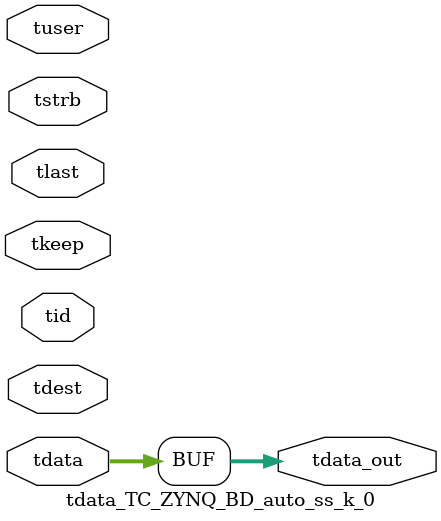
<source format=v>


`timescale 1ps/1ps

module tdata_TC_ZYNQ_BD_auto_ss_k_0 #
(
parameter C_S_AXIS_TDATA_WIDTH = 32,
parameter C_S_AXIS_TUSER_WIDTH = 0,
parameter C_S_AXIS_TID_WIDTH   = 0,
parameter C_S_AXIS_TDEST_WIDTH = 0,
parameter C_M_AXIS_TDATA_WIDTH = 32
)
(
input  [(C_S_AXIS_TDATA_WIDTH == 0 ? 1 : C_S_AXIS_TDATA_WIDTH)-1:0     ] tdata,
input  [(C_S_AXIS_TUSER_WIDTH == 0 ? 1 : C_S_AXIS_TUSER_WIDTH)-1:0     ] tuser,
input  [(C_S_AXIS_TID_WIDTH   == 0 ? 1 : C_S_AXIS_TID_WIDTH)-1:0       ] tid,
input  [(C_S_AXIS_TDEST_WIDTH == 0 ? 1 : C_S_AXIS_TDEST_WIDTH)-1:0     ] tdest,
input  [(C_S_AXIS_TDATA_WIDTH/8)-1:0 ] tkeep,
input  [(C_S_AXIS_TDATA_WIDTH/8)-1:0 ] tstrb,
input                                                                    tlast,
output [C_M_AXIS_TDATA_WIDTH-1:0] tdata_out
);

assign tdata_out = {tdata[31:0]};

endmodule


</source>
